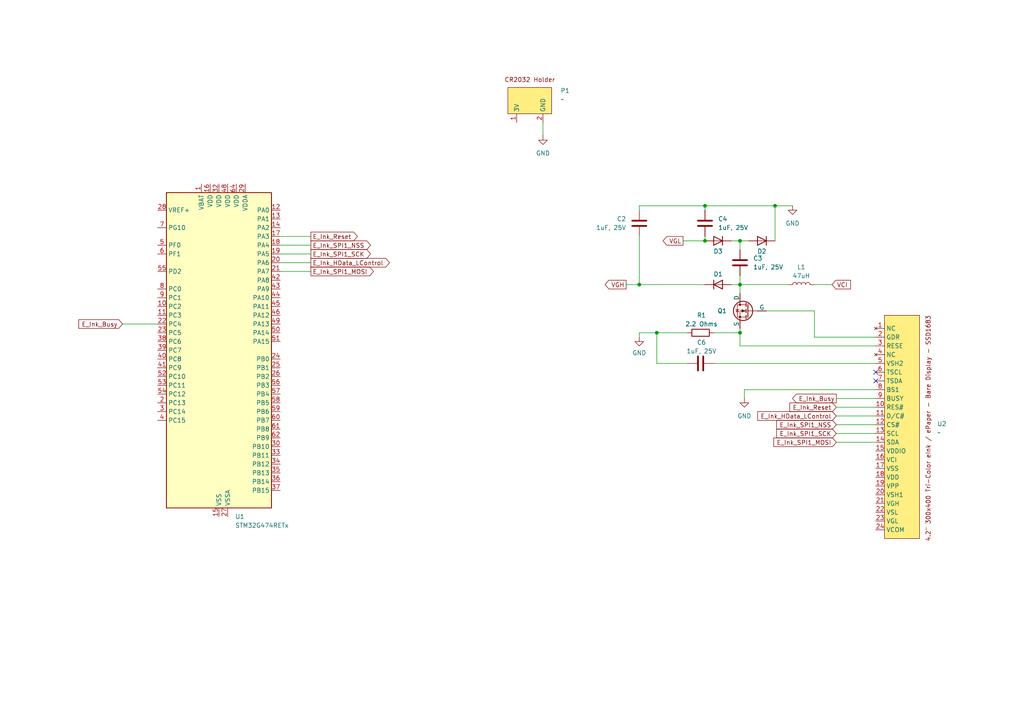
<source format=kicad_sch>
(kicad_sch (version 20250114) (generator "eeschema") (generator_version "9.0")
  (paper "A4")
  (lib_symbols
    (symbol "Device:C" (pin_numbers (hide yes)) (pin_names (offset 0.254))
      (property "Reference" "C" (at 0.635 2.54 0))
      (property "Value" "C" (at 0.635 -2.54 0))
      (symbol "C_0_1"
        (polyline (pts (xy -2.032 0.762) (xy 2.032 0.762)) (stroke (width 0.508)))
        (polyline (pts (xy -2.032 -0.762) (xy 2.032 -0.762)) (stroke (width 0.508)))
      )
      (symbol "C_1_1"
        (pin passive line (at 0 3.81 270) (length 2.794) (name "~") (number "1"))
        (pin passive line (at 0 -3.81 90) (length 2.794) (name "~") (number "2"))
      )
    )
    (symbol "Device:D" (pin_numbers (hide yes)) (pin_names (offset 1.016) (hide yes))
      (property "Reference" "D" (at 0 2.54 0))
      (property "Value" "D" (at 0 -2.54 0))
      (symbol "D_0_1"
        (polyline (pts (xy -1.27 1.27) (xy -1.27 -1.27)) (stroke (width 0.254)))
        (polyline (pts (xy 1.27 1.27) (xy 1.27 -1.27) (xy -1.27 0) (xy 1.27 1.27)) (stroke (width 0.254)))
        (polyline (pts (xy 1.27 0) (xy -1.27 0)))
      )
      (symbol "D_1_1"
        (pin passive line (at -3.81 0 0) (length 2.54) (name "K") (number "1"))
        (pin passive line (at 3.81 0 180) (length 2.54) (name "A") (number "2"))
      )
    )
    (symbol "Device:L" (pin_numbers (hide yes)) (pin_names (offset 1.016) (hide yes))
      (property "Reference" "L" (at -1.27 0 90))
      (property "Value" "L" (at 1.905 0 90))
      (symbol "L_0_1"
        (arc (start 0 2.54) (mid 0.6323 1.905) (end 0 1.27))
        (arc (start 0 1.27) (mid 0.6323 0.635) (end 0 0))
        (arc (start 0 0) (mid 0.6323 -0.635) (end 0 -1.27))
        (arc (start 0 -1.27) (mid 0.6323 -1.905) (end 0 -2.54))
      )
      (symbol "L_1_1"
        (pin passive line (at 0 3.81 270) (length 1.27) (name "1") (number "1"))
        (pin passive line (at 0 -3.81 90) (length 1.27) (name "2") (number "2"))
      )
    )
    (symbol "Device:R" (pin_numbers (hide yes)) (pin_names (offset 0))
      (property "Reference" "R" (at 2.032 0 90))
      (property "Value" "R" (at 0 0 90))
      (symbol "R_0_1"
        (rectangle (start -1.016 -2.54) (end 1.016 2.54) (stroke (width 0.254)))
      )
      (symbol "R_1_1"
        (pin passive line (at 0 3.81 270) (length 1.27) (name "~") (number "1"))
        (pin passive line (at 0 -3.81 90) (length 1.27) (name "~") (number "2"))
      )
    )
    (symbol "Etchasketch_hardware_symbol_library:20mm_Coin_Cell_Breakout_Board_(CR2032)"
      (property "Reference" "P" (at 0 6.096 0))
      (symbol "20mm_Coin_Cell_Breakout_Board_(CR2032)_0_1"
        (rectangle (start -6.35 7.62) (end 6.35 0) (fill (type color) (color 255 238 129 1)))
      )
      (symbol "20mm_Coin_Cell_Breakout_Board_(CR2032)_1_1"
        (text "CR2032 Holder" (at 0 9.906 0) (effects (font (size 1.27 1.27))))
        (pin power_out line (at -3.81 -2.54 90) (length 2.54) (name "3V") (number "1"))
        (pin power_out line (at 3.81 -2.54 90) (length 2.54) (name "GND") (number "2"))
      )
    )
    (symbol "Etchasketch_hardware_symbol_library:4.2{dblquote}_300x400_Tri-Color_eInk_/_ePaper_-_Bare_Display_-_SSD1683"
      (property "Reference" "U" (at 0 8.128 0))
      (symbol "4.2{dblquote}_300x400_Tri-Color_eInk_/_ePaper_-_Bare_Display_-_SSD1683_0_1"
        (rectangle (start -33.02 10.16) (end 31.75 0) (fill (type color) (color 255 238 129 1)))
      )
      (symbol "4.2{dblquote}_300x400_Tri-Color_eInk_/_ePaper_-_Bare_Display_-_SSD1683_1_1"
        (text "4.2\" 300x400 Tri-Color eInk / ePaper - Bare Display - SSD1683" (at -0.254 12.7 0) (effects (font (size 1.27 1.27))))
        (pin no_connect line (at -29.21 -2.54 90) (length 2.54) (name "NC") (number "1"))
        (pin output line (at -26.67 -2.54 90) (length 2.54) (name "GDR") (number "2"))
        (pin input line (at -24.13 -2.54 90) (length 2.54) (name "RESE") (number "3"))
        (pin no_connect line (at -21.59 -2.54 90) (length 2.54) (name "NC") (number "4"))
        (pin passive line (at -19.05 -2.54 90) (length 2.54) (name "VSH2") (number "5"))
        (pin output line (at -16.51 -2.54 90) (length 2.54) (name "TSCL") (number "6"))
        (pin bidirectional line (at -13.97 -2.54 90) (length 2.54) (name "TSDA") (number "7"))
        (pin input line (at -11.43 -2.54 90) (length 2.54) (name "BS1") (number "8"))
        (pin output line (at -8.89 -2.54 90) (length 2.54) (name "BUSY") (number "9"))
        (pin input line (at -6.35 -2.54 90) (length 2.54) (name "RES#") (number "10"))
        (pin input line (at -3.81 -2.54 90) (length 2.54) (name "D/C#") (number "11"))
        (pin input line (at -1.27 -2.54 90) (length 2.54) (name "CS#") (number "12"))
        (pin input line (at 1.27 -2.54 90) (length 2.54) (name "SCL") (number "13"))
        (pin bidirectional line (at 3.81 -2.54 90) (length 2.54) (name "SDA") (number "14"))
        (pin power_in line (at 6.35 -2.54 90) (length 2.54) (name "VDDIO") (number "15"))
        (pin power_in line (at 8.89 -2.54 90) (length 2.54) (name "VCI") (number "16"))
        (pin power_in line (at 11.43 -2.54 90) (length 2.54) (name "VSS") (number "17"))
        (pin passive line (at 13.97 -2.54 90) (length 2.54) (name "VDD") (number "18"))
        (pin power_in line (at 16.51 -2.54 90) (length 2.54) (name "VPP") (number "19"))
        (pin passive line (at 19.05 -2.54 90) (length 2.54) (name "VSH1") (number "20"))
        (pin passive line (at 21.59 -2.54 90) (length 2.54) (name "VGH") (number "21"))
        (pin passive line (at 24.13 -2.54 90) (length 2.54) (name "VSL") (number "22"))
        (pin passive line (at 26.67 -2.54 90) (length 2.54) (name "VGL") (number "23"))
        (pin passive line (at 29.21 -2.54 90) (length 2.54) (name "VCOM") (number "24"))
      )
    )
    (symbol "MCU_ST_STM32G4:STM32G474RETx"
      (property "Reference" "U" (at -15.24 46.99 0))
      (property "Value" "STM32G474RETx" (at 10.16 46.99 0))
      (symbol "STM32G474RETx_0_1"
        (rectangle (start -15.24 -45.72) (end 15.24 45.72) (stroke (width 0.254)) (fill (type background)))
      )
      (symbol "STM32G474RETx_1_1"
        (pin input line (at -17.78 40.64 0) (length 2.54) (name "VREF+") (number "28"))
        (pin bidirectional line (at -17.78 35.56 0) (length 2.54) (name "PG10") (number "7"))
        (pin bidirectional line (at -17.78 30.48 0) (length 2.54) (name "PF0") (number "5"))
        (pin bidirectional line (at -17.78 27.94 0) (length 2.54) (name "PF1") (number "6"))
        (pin bidirectional line (at -17.78 22.86 0) (length 2.54) (name "PD2") (number "55"))
        (pin bidirectional line (at -17.78 17.78 0) (length 2.54) (name "PC0") (number "8"))
        (pin bidirectional line (at -17.78 15.24 0) (length 2.54) (name "PC1") (number "9"))
        (pin bidirectional line (at -17.78 12.7 0) (length 2.54) (name "PC2") (number "10"))
        (pin bidirectional line (at -17.78 10.16 0) (length 2.54) (name "PC3") (number "11"))
        (pin bidirectional line (at -17.78 7.62 0) (length 2.54) (name "PC4") (number "22"))
        (pin bidirectional line (at -17.78 5.08 0) (length 2.54) (name "PC5") (number "23"))
        (pin bidirectional line (at -17.78 2.54 0) (length 2.54) (name "PC6") (number "38"))
        (pin bidirectional line (at -17.78 0 0) (length 2.54) (name "PC7") (number "39"))
        (pin bidirectional line (at -17.78 -2.54 0) (length 2.54) (name "PC8") (number "40"))
        (pin bidirectional line (at -17.78 -5.08 0) (length 2.54) (name "PC9") (number "41"))
        (pin bidirectional line (at -17.78 -7.62 0) (length 2.54) (name "PC10") (number "52"))
        (pin bidirectional line (at -17.78 -10.16 0) (length 2.54) (name "PC11") (number "53"))
        (pin bidirectional line (at -17.78 -12.7 0) (length 2.54) (name "PC12") (number "54"))
        (pin bidirectional line (at -17.78 -15.24 0) (length 2.54) (name "PC13") (number "2"))
        (pin bidirectional line (at -17.78 -17.78 0) (length 2.54) (name "PC14") (number "3"))
        (pin bidirectional line (at -17.78 -20.32 0) (length 2.54) (name "PC15") (number "4"))
        (pin power_in line (at -5.08 48.26 270) (length 2.54) (name "VBAT") (number "1"))
        (pin power_in line (at -2.54 48.26 270) (length 2.54) (name "VDD") (number "16"))
        (pin power_in line (at 0 48.26 270) (length 2.54) (name "VDD") (number "32"))
        (pin power_in line (at 0 -48.26 90) (length 2.54) (name "VSS") (number "15"))
        (pin passive line (at 0 -48.26 90) (length 2.54) (hide yes) (name "VSS") (number "31"))
        (pin passive line (at 0 -48.26 90) (length 2.54) (hide yes) (name "VSS") (number "47"))
        (pin passive line (at 0 -48.26 90) (length 2.54) (hide yes) (name "VSS") (number "63"))
        (pin power_in line (at 2.54 48.26 270) (length 2.54) (name "VDD") (number "48"))
        (pin power_in line (at 2.54 -48.26 90) (length 2.54) (name "VSSA") (number "27"))
        (pin power_in line (at 5.08 48.26 270) (length 2.54) (name "VDD") (number "64"))
        (pin power_in line (at 7.62 48.26 270) (length 2.54) (name "VDDA") (number "29"))
        (pin bidirectional line (at 17.78 40.64 180) (length 2.54) (name "PA0") (number "12"))
        (pin bidirectional line (at 17.78 38.1 180) (length 2.54) (name "PA1") (number "13"))
        (pin bidirectional line (at 17.78 35.56 180) (length 2.54) (name "PA2") (number "14"))
        (pin bidirectional line (at 17.78 33.02 180) (length 2.54) (name "PA3") (number "17"))
        (pin bidirectional line (at 17.78 30.48 180) (length 2.54) (name "PA4") (number "18"))
        (pin bidirectional line (at 17.78 27.94 180) (length 2.54) (name "PA5") (number "19"))
        (pin bidirectional line (at 17.78 25.4 180) (length 2.54) (name "PA6") (number "20"))
        (pin bidirectional line (at 17.78 22.86 180) (length 2.54) (name "PA7") (number "21"))
        (pin bidirectional line (at 17.78 20.32 180) (length 2.54) (name "PA8") (number "42"))
        (pin bidirectional line (at 17.78 17.78 180) (length 2.54) (name "PA9") (number "43"))
        (pin bidirectional line (at 17.78 15.24 180) (length 2.54) (name "PA10") (number "44"))
        (pin bidirectional line (at 17.78 12.7 180) (length 2.54) (name "PA11") (number "45"))
        (pin bidirectional line (at 17.78 10.16 180) (length 2.54) (name "PA12") (number "46"))
        (pin bidirectional line (at 17.78 7.62 180) (length 2.54) (name "PA13") (number "49"))
        (pin bidirectional line (at 17.78 5.08 180) (length 2.54) (name "PA14") (number "50"))
        (pin bidirectional line (at 17.78 2.54 180) (length 2.54) (name "PA15") (number "51"))
        (pin bidirectional line (at 17.78 -2.54 180) (length 2.54) (name "PB0") (number "24"))
        (pin bidirectional line (at 17.78 -5.08 180) (length 2.54) (name "PB1") (number "25"))
        (pin bidirectional line (at 17.78 -7.62 180) (length 2.54) (name "PB2") (number "26"))
        (pin bidirectional line (at 17.78 -10.16 180) (length 2.54) (name "PB3") (number "56"))
        (pin bidirectional line (at 17.78 -12.7 180) (length 2.54) (name "PB4") (number "57"))
        (pin bidirectional line (at 17.78 -15.24 180) (length 2.54) (name "PB5") (number "58"))
        (pin bidirectional line (at 17.78 -17.78 180) (length 2.54) (name "PB6") (number "59"))
        (pin bidirectional line (at 17.78 -20.32 180) (length 2.54) (name "PB7") (number "60"))
        (pin bidirectional line (at 17.78 -22.86 180) (length 2.54) (name "PB8") (number "61"))
        (pin bidirectional line (at 17.78 -25.4 180) (length 2.54) (name "PB9") (number "62"))
        (pin bidirectional line (at 17.78 -27.94 180) (length 2.54) (name "PB10") (number "30"))
        (pin bidirectional line (at 17.78 -30.48 180) (length 2.54) (name "PB11") (number "33"))
        (pin bidirectional line (at 17.78 -33.02 180) (length 2.54) (name "PB12") (number "34"))
        (pin bidirectional line (at 17.78 -35.56 180) (length 2.54) (name "PB13") (number "35"))
        (pin bidirectional line (at 17.78 -38.1 180) (length 2.54) (name "PB14") (number "36"))
        (pin bidirectional line (at 17.78 -40.64 180) (length 2.54) (name "PB15") (number "37"))
      )
    )
    (symbol "Simulation_SPICE:NMOS" (pin_numbers (hide yes)) (pin_names (offset 0))
      (property "Reference" "Q" (at 5.08 1.27 0))
      (property "Value" "NMOS" (at 5.08 -1.27 0))
      (symbol "NMOS_0_1"
        (polyline (pts (xy 0.254 1.905) (xy 0.254 -1.905)) (stroke (width 0.254)))
        (polyline (pts (xy 0.254 0) (xy -2.54 0)))
        (polyline (pts (xy 0.762 2.286) (xy 0.762 1.27)) (stroke (width 0.254)))
        (polyline (pts (xy 0.762 0.508) (xy 0.762 -0.508)) (stroke (width 0.254)))
        (polyline (pts (xy 0.762 -1.27) (xy 0.762 -2.286)) (stroke (width 0.254)))
        (polyline (pts (xy 0.762 -1.778) (xy 3.302 -1.778) (xy 3.302 1.778) (xy 0.762 1.778)))
        (polyline (pts (xy 1.016 0) (xy 2.032 0.381) (xy 2.032 -0.381) (xy 1.016 0)) (fill (type outline)))
        (circle (center 1.651 0) (radius 2.794) (stroke (width 0.254)))
        (polyline (pts (xy 2.54 2.54) (xy 2.54 1.778)))
        (circle (center 2.54 1.778) (radius 0.254) (fill (type outline)))
        (circle (center 2.54 -1.778) (radius 0.254) (fill (type outline)))
        (polyline (pts (xy 2.54 -2.54) (xy 2.54 0) (xy 0.762 0)))
        (polyline (pts (xy 2.794 0.508) (xy 2.921 0.381) (xy 3.683 0.381) (xy 3.81 0.254)))
        (polyline (pts (xy 3.302 0.381) (xy 2.921 -0.254) (xy 3.683 -0.254) (xy 3.302 0.381)))
      )
      (symbol "NMOS_1_1"
        (pin input line (at -5.08 0 0) (length 2.54) (name "G") (number "2"))
        (pin passive line (at 2.54 5.08 270) (length 2.54) (name "D") (number "1"))
        (pin passive line (at 2.54 -5.08 90) (length 2.54) (name "S") (number "3"))
      )
    )
    (symbol "power:GND" (power) (pin_numbers (hide yes)) (pin_names (offset 0) (hide yes))
      (property "Value" "GND" (at 0 -3.81 0))
      (symbol "GND_0_1"
        (polyline (pts (xy 0 0) (xy 0 -1.27) (xy 1.27 -1.27) (xy 0 -2.54) (xy -1.27 -1.27) (xy 0 -1.27)))
      )
      (symbol "GND_1_1"
        (pin power_in line (at 0 0 270) (length 0) (name "~") (number "1"))
      )
    )
  )
  (junction (at 214.63 69.85))
  (junction (at 204.47 59.69))
  (junction (at 204.47 69.85))
  (junction (at 185.42 82.55))
  (junction (at 214.63 96.52))
  (junction (at 190.5 96.52))
  (junction (at 224.79 59.69))
  (junction (at 214.63 82.55))
  (no_connect (at 254 110.49))
  (no_connect (at 254 107.95))
  (wire (pts (xy 236.22 97.79) (xy 236.22 90.17)))
  (wire (pts (xy 242.57 123.19) (xy 254 123.19)))
  (wire (pts (xy 242.57 128.27) (xy 254 128.27)))
  (wire (pts (xy 81.28 71.12) (xy 90.17 71.12)))
  (wire (pts (xy 236.22 82.55) (xy 241.3 82.55)))
  (wire (pts (xy 207.01 105.41) (xy 254 105.41)))
  (wire (pts (xy 214.63 69.85) (xy 214.63 72.39)))
  (wire (pts (xy 181.61 82.55) (xy 185.42 82.55)))
  (wire (pts (xy 185.42 97.79) (xy 185.42 96.52)))
  (wire (pts (xy 204.47 68.58) (xy 204.47 69.85)))
  (wire (pts (xy 212.09 69.85) (xy 214.63 69.85)))
  (wire (pts (xy 242.57 118.11) (xy 254 118.11)))
  (wire (pts (xy 81.28 68.58) (xy 90.17 68.58)))
  (wire (pts (xy 185.42 60.96) (xy 185.42 59.69)))
  (wire (pts (xy 214.63 69.85) (xy 217.17 69.85)))
  (wire (pts (xy 212.09 82.55) (xy 214.63 82.55)))
  (wire (pts (xy 214.63 82.55) (xy 228.6 82.55)))
  (wire (pts (xy 224.79 69.85) (xy 224.79 59.69)))
  (wire (pts (xy 242.57 120.65) (xy 254 120.65)))
  (wire (pts (xy 229.87 59.69) (xy 224.79 59.69)))
  (wire (pts (xy 81.28 78.74) (xy 90.17 78.74)))
  (wire (pts (xy 81.28 73.66) (xy 90.17 73.66)))
  (wire (pts (xy 254 113.03) (xy 215.9 113.03)))
  (wire (pts (xy 214.63 100.33) (xy 254 100.33)))
  (wire (pts (xy 190.5 105.41) (xy 199.39 105.41)))
  (wire (pts (xy 224.79 59.69) (xy 204.47 59.69)))
  (wire (pts (xy 190.5 105.41) (xy 190.5 96.52)))
  (wire (pts (xy 214.63 96.52) (xy 214.63 95.25)))
  (wire (pts (xy 35.56 93.98) (xy 45.72 93.98)))
  (wire (pts (xy 214.63 100.33) (xy 214.63 96.52)))
  (wire (pts (xy 185.42 59.69) (xy 204.47 59.69)))
  (wire (pts (xy 214.63 82.55) (xy 214.63 85.09)))
  (wire (pts (xy 190.5 96.52) (xy 199.39 96.52)))
  (wire (pts (xy 236.22 97.79) (xy 254 97.79)))
  (wire (pts (xy 185.42 82.55) (xy 185.42 68.58)))
  (wire (pts (xy 214.63 80.01) (xy 214.63 82.55)))
  (wire (pts (xy 207.01 96.52) (xy 214.63 96.52)))
  (wire (pts (xy 215.9 113.03) (xy 215.9 115.57)))
  (wire (pts (xy 204.47 82.55) (xy 185.42 82.55)))
  (wire (pts (xy 242.57 125.73) (xy 254 125.73)))
  (wire (pts (xy 242.57 115.57) (xy 254 115.57)))
  (wire (pts (xy 185.42 96.52) (xy 190.5 96.52)))
  (wire (pts (xy 204.47 59.69) (xy 204.47 60.96)))
  (wire (pts (xy 157.48 35.56) (xy 157.48 39.37)))
  (wire (pts (xy 81.28 76.2) (xy 90.17 76.2)))
  (wire (pts (xy 198.12 69.85) (xy 204.47 69.85)))
  (wire (pts (xy 236.22 90.17) (xy 222.25 90.17)))
  (global_label "VGL" (shape output) (at 198.12 69.85 180) (property "Intersheetrefs" "${INTERSHEET_REFS}" (effects (hide yes))))
  (global_label "E_Ink_SPI1_MOSI" (shape input) (at 242.57 128.27 180) (property "Intersheetrefs" "${INTERSHEET_REFS}" (effects (hide yes))))
  (global_label "E_Ink_HData_LControl" (shape output) (at 90.17 76.2 0) (property "Intersheetrefs" "${INTERSHEET_REFS}" (effects (hide yes))))
  (global_label "E_Ink_SPI1_SCK" (shape output) (at 90.17 73.66 0) (property "Intersheetrefs" "${INTERSHEET_REFS}" (effects (hide yes))))
  (global_label "E_Ink_HData_LControl" (shape input) (at 242.57 120.65 180) (property "Intersheetrefs" "${INTERSHEET_REFS}" (effects (hide yes))))
  (global_label "E_Ink_Busy" (shape input) (at 35.56 93.98 180) (property "Intersheetrefs" "${INTERSHEET_REFS}" (effects (hide yes))))
  (global_label "VCI" (shape input) (at 241.3 82.55 0) (property "Intersheetrefs" "${INTERSHEET_REFS}" (effects (hide yes))))
  (global_label "E_Ink_Busy" (shape output) (at 242.57 115.57 180) (property "Intersheetrefs" "${INTERSHEET_REFS}" (effects (hide yes))))
  (global_label "VGH" (shape output) (at 181.61 82.55 180) (property "Intersheetrefs" "${INTERSHEET_REFS}" (effects (hide yes))))
  (global_label "E_Ink_SPI1_MOSI" (shape output) (at 90.17 78.74 0) (property "Intersheetrefs" "${INTERSHEET_REFS}" (effects (hide yes))))
  (global_label "E_Ink_SPI1_NSS" (shape input) (at 242.57 123.19 180) (property "Intersheetrefs" "${INTERSHEET_REFS}" (effects (hide yes))))
  (global_label "E_Ink_Reset" (shape output) (at 90.17 68.58 0) (property "Intersheetrefs" "${INTERSHEET_REFS}" (effects (hide yes))))
  (global_label "E_Ink_Reset" (shape input) (at 242.57 118.11 180) (property "Intersheetrefs" "${INTERSHEET_REFS}" (effects (hide yes))))
  (global_label "E_Ink_SPI1_NSS" (shape output) (at 90.17 71.12 0) (property "Intersheetrefs" "${INTERSHEET_REFS}" (effects (hide yes))))
  (global_label "E_Ink_SPI1_SCK" (shape input) (at 242.57 125.73 180) (property "Intersheetrefs" "${INTERSHEET_REFS}" (effects (hide yes))))
  (symbol (lib_id "power:GND") (at 229.87 59.69 0) (unit 1)
    (property "Reference" "#PWR02" (effects (hide yes)))
    (property "Value" "GND" (at 229.87 64.77 0))
    (property "Description" "Power symbol creates a global label with name \"GND\" , ground" (effects (hide yes)))
  )
  (symbol (lib_id "Device:C") (at 214.63 76.2 180) (unit 1)
    (property "Reference" "C3" (at 218.44 74.9299 0) (effects (justify right)))
    (property "Value" "1uF, 25V" (at 218.44 77.4699 0) (effects (justify right)))
    (property "Datasheet" "https://mm.digikey.com/Volume0/opasdata/d220001/medias/docus/6482/3372_0603B105K250XD.pdf" (effects (hide yes)))
    (property "Description" "0603B105K250XD 1uF Ceramic Capacitor" (effects (hide yes)))
  )
  (symbol (lib_id "Device:C") (at 203.2 105.41 90) (unit 1)
    (property "Reference" "C6" (at 203.454 99.314 90))
    (property "Value" "1uF, 25V" (at 203.454 101.854 90))
    (property "Datasheet" "https://mm.digikey.com/Volume0/opasdata/d220001/medias/docus/6482/3372_0603B105K250XD.pdf" (effects (hide yes)))
    (property "Description" "0603B105K250XD 1uF Ceramic Capacitor" (effects (hide yes)))
  )
  (symbol (lib_id "power:GND") (at 185.42 97.79 0) (unit 1)
    (property "Reference" "#PWR03" (effects (hide yes)))
    (property "Value" "GND" (at 185.42 102.362 0))
    (property "Description" "Power symbol creates a global label with name \"GND\" , ground" (effects (hide yes)))
  )
  (symbol (lib_id "Etchasketch_hardware_symbol_library:20mm_Coin_Cell_Breakout_Board_(CR2032)") (at 153.67 33.02 0) (unit 1)
    (property "Reference" "P1" (at 162.56 26.2861 0) (effects (justify left)))
    (property "Value" "~" (at 162.56 28.8261 0) (effects (justify left)))
    (property "Datasheet" "https://www.te.com/commerce/DocumentDelivery/DDEController?Action=srchrtrv&DocNm=BAT-HLD-001&DocType=Data+Sheet&DocLang=English&DocFormat=pdf&PartCntxt=BAT-HLD-001" (effects (hide yes)))
    (property "Description" "Coincell battery holder" (effects (hide yes)))
  )
  (symbol (lib_id "Device:R") (at 203.2 96.52 270) (unit 1)
    (property "Reference" "R1" (at 203.454 91.44 90))
    (property "Value" "2.2 Ohms" (at 203.454 93.98 90))
    (property "Datasheet" "https://www.seielect.com/catalog/SEI-RMCF_RMCP.pdf" (effects (hide yes)))
    (property "Description" "RMCF0805FT2R20 2.2Ohms Resistor" (effects (hide yes)))
  )
  (symbol (lib_id "Device:D") (at 220.98 69.85 180) (unit 1)
    (property "Reference" "D2" (at 220.98 72.898 0))
    (property "Value" "D" (effects (hide yes)))
    (property "Datasheet" "https://www.smc-diodes.com/propdf/MBR0530%20N0717%20REV.A.pdf" (effects (hide yes)))
    (property "Description" "MBR0530 Diode" (effects (hide yes)))
    (property "Sim.Device" "D" (effects (hide yes)))
    (property "Sim.Pins" "1=K 2=A" (effects (hide yes)))
  )
  (symbol (lib_id "Device:D") (at 208.28 82.55 0) (unit 1)
    (property "Reference" "D1" (at 208.28 79.502 0))
    (property "Value" "D" (effects (hide yes)))
    (property "Datasheet" "https://www.smc-diodes.com/propdf/MBR0530%20N0717%20REV.A.pdf" (effects (hide yes)))
    (property "Description" "MBR0530 Diode" (effects (hide yes)))
    (property "Sim.Device" "D" (effects (hide yes)))
    (property "Sim.Pins" "1=K 2=A" (effects (hide yes)))
  )
  (symbol (lib_id "Device:C") (at 185.42 64.77 0) (mirror x) (unit 1)
    (property "Reference" "C2" (at 181.61 63.4999 0) (effects (justify right)))
    (property "Value" "1uF, 25V" (at 181.61 66.0399 0) (effects (justify right)))
    (property "Datasheet" "https://mm.digikey.com/Volume0/opasdata/d220001/medias/docus/6482/3372_0603B105K250XD.pdf" (effects (hide yes)))
    (property "Description" "0603B105K250XD 1uF Ceramic Capacitor" (effects (hide yes)))
  )
  (symbol (lib_id "Device:D") (at 208.28 69.85 180) (unit 1)
    (property "Reference" "D3" (at 208.28 72.898 0))
    (property "Value" "D" (effects (hide yes)))
    (property "Datasheet" "https://www.smc-diodes.com/propdf/MBR0530%20N0717%20REV.A.pdf" (effects (hide yes)))
    (property "Description" "MBR0530 Diode" (effects (hide yes)))
    (property "Sim.Device" "D" (effects (hide yes)))
    (property "Sim.Pins" "1=K 2=A" (effects (hide yes)))
  )
  (symbol (lib_id "Device:L") (at 232.41 82.55 90) (unit 1)
    (property "Reference" "L1" (at 232.41 77.47 90))
    (property "Value" "47uH" (at 232.41 80.01 90))
    (property "Datasheet" "https://products.sumida.com/products/pdf/CDRH2D18LD.pdf" (effects (hide yes)))
    (property "Description" "CDRH2D18/LDNP-470NC 47uH Inductor" (effects (hide yes)))
  )
  (symbol (lib_id "MCU_ST_STM32G4:STM32G474RETx") (at 63.5 101.6 0) (unit 1)
    (property "Reference" "U1" (at 68.1833 149.86 0) (effects (justify left)))
    (property "Value" "STM32G474RETx" (at 68.1833 152.4 0) (effects (justify left)))
    (property "Footprint" "Package_QFP:LQFP-64_10x10mm_P0.5mm" (effects (hide yes)))
    (property "Datasheet" "https://www.st.com/resource/en/datasheet/stm32g474re.pdf" (effects (hide yes)))
    (property "Description" "STMicroelectronics Arm Cortex-M4 MCU, 512KB flash, 128KB RAM, 170 MHz, 1.71-3.6V, 52 GPIO, LQFP64" (effects (hide yes)))
  )
  (symbol (lib_id "power:GND") (at 157.48 39.37 0) (unit 1)
    (property "Reference" "#PWR01" (effects (hide yes)))
    (property "Value" "GND" (at 157.48 44.45 0))
    (property "Description" "Power symbol creates a global label with name \"GND\" , ground" (effects (hide yes)))
  )
  (symbol (lib_id "Simulation_SPICE:NMOS") (at 217.17 90.17 0) (mirror y) (unit 1)
    (property "Reference" "Q1" (at 210.82 90.1701 0) (effects (justify left)))
    (property "Value" "NMOS" (effects (hide yes)))
    (property "Datasheet" "https://assets.nexperia.com/documents/data-sheet/NX3008NBK.pdf" (effects (hide yes)))
    (property "Description" "NX3008NBKVL N-Type MOSFET" (effects (hide yes)))
    (property "Sim.Device" "NMOS" (effects (hide yes)))
    (property "Sim.Type" "VDMOS" (effects (hide yes)))
    (property "Sim.Pins" "1=D 2=G 3=S" (effects (hide yes)))
  )
  (symbol (lib_id "power:GND") (at 215.9 115.57 0) (unit 1)
    (property "Reference" "#PWR04" (effects (hide yes)))
    (property "Value" "GND" (at 215.9 120.65 0))
    (property "Description" "Power symbol creates a global label with name \"GND\" , ground" (effects (hide yes)))
  )
  (symbol (lib_id "Device:C") (at 204.47 64.77 180) (unit 1)
    (property "Reference" "C4" (at 208.28 63.4999 0) (effects (justify right)))
    (property "Value" "1uF, 25V" (at 208.28 66.0399 0) (effects (justify right)))
    (property "Datasheet" "https://mm.digikey.com/Volume0/opasdata/d220001/medias/docus/6482/3372_0603B105K250XD.pdf" (effects (hide yes)))
    (property "Description" "0603B105K250XD 1uF Ceramic Capacitor" (effects (hide yes)))
  )
  (symbol (lib_id "Etchasketch_hardware_symbol_library:4.2{dblquote}_300x400_Tri-Color_eInk_/_ePaper_-_Bare_Display_-_SSD1683") (at 256.54 124.46 270) (unit 1)
    (property "Reference" "U2" (at 271.78 122.9359 90) (effects (justify left)))
    (property "Value" "~" (at 271.78 125.4759 90) (effects (justify left)))
    (property "Datasheet" "https://cdn-shop.adafruit.com/product-files/6382/6382+C22266-001+datasheet+ZJY400300-042CABMFGN-R.pdf" (effects (hide yes)))
    (property "Description" "24-Pin FPC connector for E-Ink Display" (effects (hide yes)))
  )
)
</source>
